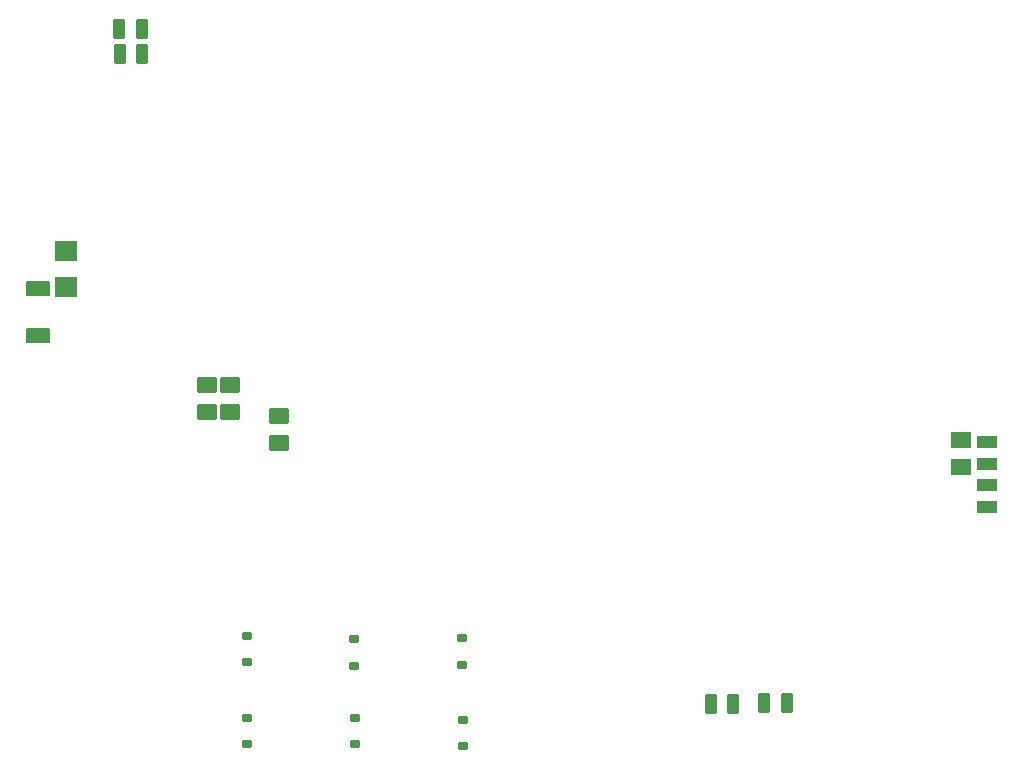
<source format=gbp>
G04*
G04 #@! TF.GenerationSoftware,Altium Limited,Altium Designer,24.5.2 (23)*
G04*
G04 Layer_Color=128*
%FSLAX44Y44*%
%MOMM*%
G71*
G04*
G04 #@! TF.SameCoordinates,49661B99-7F85-447B-B4A6-A33B5E3A9DE8*
G04*
G04*
G04 #@! TF.FilePolarity,Positive*
G04*
G01*
G75*
G04:AMPARAMS|DCode=25|XSize=1mm|YSize=1.7mm|CornerRadius=0.125mm|HoleSize=0mm|Usage=FLASHONLY|Rotation=0.000|XOffset=0mm|YOffset=0mm|HoleType=Round|Shape=RoundedRectangle|*
%AMROUNDEDRECTD25*
21,1,1.0000,1.4500,0,0,0.0*
21,1,0.7500,1.7000,0,0,0.0*
1,1,0.2500,0.3750,-0.7250*
1,1,0.2500,-0.3750,-0.7250*
1,1,0.2500,-0.3750,0.7250*
1,1,0.2500,0.3750,0.7250*
%
%ADD25ROUNDEDRECTD25*%
G04:AMPARAMS|DCode=33|XSize=1.4mm|YSize=1.7mm|CornerRadius=0.175mm|HoleSize=0mm|Usage=FLASHONLY|Rotation=270.000|XOffset=0mm|YOffset=0mm|HoleType=Round|Shape=RoundedRectangle|*
%AMROUNDEDRECTD33*
21,1,1.4000,1.3500,0,0,270.0*
21,1,1.0500,1.7000,0,0,270.0*
1,1,0.3500,-0.6750,-0.5250*
1,1,0.3500,-0.6750,0.5250*
1,1,0.3500,0.6750,0.5250*
1,1,0.3500,0.6750,-0.5250*
%
%ADD33ROUNDEDRECTD33*%
G04:AMPARAMS|DCode=37|XSize=0.63mm|YSize=0.83mm|CornerRadius=0.0788mm|HoleSize=0mm|Usage=FLASHONLY|Rotation=270.000|XOffset=0mm|YOffset=0mm|HoleType=Round|Shape=RoundedRectangle|*
%AMROUNDEDRECTD37*
21,1,0.6300,0.6725,0,0,270.0*
21,1,0.4725,0.8300,0,0,270.0*
1,1,0.1575,-0.3363,-0.2362*
1,1,0.1575,-0.3363,0.2362*
1,1,0.1575,0.3363,0.2362*
1,1,0.1575,0.3363,-0.2362*
%
%ADD37ROUNDEDRECTD37*%
%ADD39R,1.8400X1.8000*%
%ADD58R,1.7000X1.0000*%
%ADD126R,1.7000X1.4000*%
G04:AMPARAMS|DCode=127|XSize=1.27mm|YSize=2.1mm|CornerRadius=0.1588mm|HoleSize=0mm|Usage=FLASHONLY|Rotation=270.000|XOffset=0mm|YOffset=0mm|HoleType=Round|Shape=RoundedRectangle|*
%AMROUNDEDRECTD127*
21,1,1.2700,1.7825,0,0,270.0*
21,1,0.9525,2.1000,0,0,270.0*
1,1,0.3175,-0.8913,-0.4763*
1,1,0.3175,-0.8913,0.4763*
1,1,0.3175,0.8913,0.4763*
1,1,0.3175,0.8913,-0.4763*
%
%ADD127ROUNDEDRECTD127*%
D25*
X702650Y256650D02*
D03*
X721650D02*
D03*
X676500Y255250D02*
D03*
X657500D02*
D03*
X156500Y827250D02*
D03*
X175500D02*
D03*
X156680Y806120D02*
D03*
X175680D02*
D03*
D33*
X292100Y476250D02*
D03*
Y499110D02*
D03*
X250190Y525400D02*
D03*
Y502540D02*
D03*
X231140Y525400D02*
D03*
Y502540D02*
D03*
D37*
X446750Y288960D02*
D03*
Y311260D02*
D03*
X447910Y219960D02*
D03*
Y242260D02*
D03*
X355660Y221560D02*
D03*
Y243860D02*
D03*
X354860Y288120D02*
D03*
Y310420D02*
D03*
X264340Y221530D02*
D03*
Y243830D02*
D03*
X264500Y290850D02*
D03*
Y313150D02*
D03*
D39*
X111760Y638810D02*
D03*
Y608810D02*
D03*
D58*
X891540Y477520D02*
D03*
Y458520D02*
D03*
Y422300D02*
D03*
Y441300D02*
D03*
D126*
X869520Y455930D02*
D03*
Y478790D02*
D03*
D127*
X87630Y567360D02*
D03*
Y607060D02*
D03*
M02*

</source>
